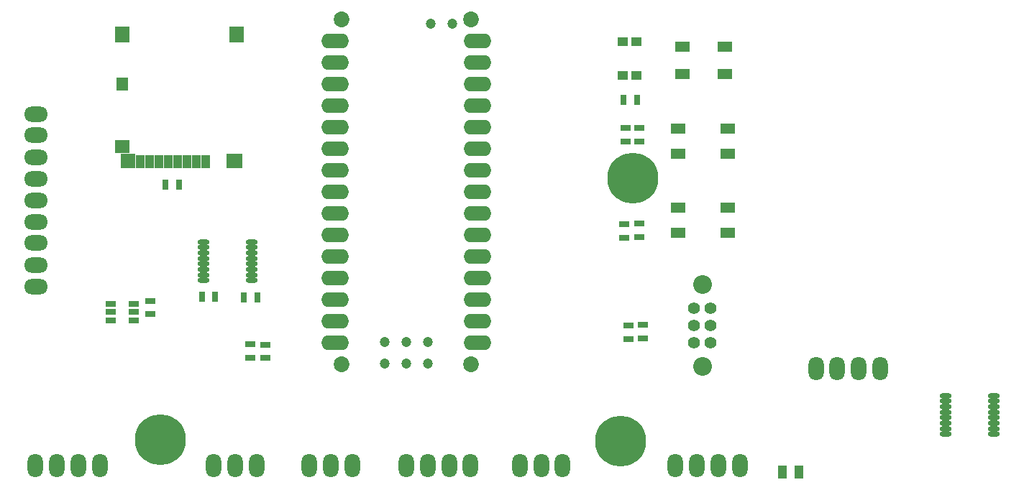
<source format=gts>
G04*
G04 #@! TF.GenerationSoftware,Altium Limited,Altium Designer,21.0.9 (235)*
G04*
G04 Layer_Color=8388736*
%FSLAX44Y44*%
%MOMM*%
G71*
G04*
G04 #@! TF.SameCoordinates,A596C356-34D0-456B-85E7-90C285C8AFC8*
G04*
G04*
G04 #@! TF.FilePolarity,Negative*
G04*
G01*
G75*
%ADD30R,1.0532X1.5032*%
%ADD31O,1.4032X0.6032*%
%ADD32R,1.1532X0.8032*%
%ADD33R,1.7532X1.2032*%
%ADD34R,1.2032X0.7032*%
%ADD35R,0.8032X1.1532*%
%ADD36R,1.7032X1.5032*%
%ADD37R,1.7032X1.9032*%
%ADD38R,1.4032X1.6032*%
%ADD39R,1.9032X1.7032*%
%ADD40R,1.8032X1.7032*%
%ADD41R,1.0032X1.6032*%
%ADD42R,1.2032X1.1032*%
%ADD43R,1.7032X1.2032*%
%ADD44O,1.8032X2.8032*%
%ADD45C,2.2032*%
%ADD46C,1.4032*%
%ADD47C,1.2032*%
%ADD48C,1.8542*%
%ADD49O,3.2512X1.7272*%
%ADD50O,2.8032X1.8032*%
%ADD51C,6.0000*%
D30*
X939322Y24641D02*
D03*
X919822D02*
D03*
D31*
X1111638Y114701D02*
D03*
Y108201D02*
D03*
Y101701D02*
D03*
Y95201D02*
D03*
Y88701D02*
D03*
Y82201D02*
D03*
Y75701D02*
D03*
Y69201D02*
D03*
X1168638Y114701D02*
D03*
Y108201D02*
D03*
Y101701D02*
D03*
Y95201D02*
D03*
Y88701D02*
D03*
Y82201D02*
D03*
Y75701D02*
D03*
Y69201D02*
D03*
X238349Y295716D02*
D03*
Y289216D02*
D03*
Y282716D02*
D03*
Y276216D02*
D03*
Y269716D02*
D03*
Y263216D02*
D03*
Y256716D02*
D03*
Y250216D02*
D03*
X295348Y295716D02*
D03*
Y289216D02*
D03*
Y282716D02*
D03*
Y276216D02*
D03*
Y269716D02*
D03*
Y263216D02*
D03*
Y256716D02*
D03*
Y250216D02*
D03*
D32*
X175260Y210440D02*
D03*
Y226440D02*
D03*
X733484Y300950D02*
D03*
Y316950D02*
D03*
X751234Y317450D02*
D03*
Y301450D02*
D03*
X751490Y414017D02*
D03*
Y430017D02*
D03*
X734894Y430200D02*
D03*
Y414200D02*
D03*
X755250Y181778D02*
D03*
Y197778D02*
D03*
X738500Y181250D02*
D03*
Y197250D02*
D03*
X311500Y174750D02*
D03*
Y158750D02*
D03*
X293000Y175000D02*
D03*
Y159000D02*
D03*
D33*
X855658Y306339D02*
D03*
X796658D02*
D03*
Y336339D02*
D03*
X855658D02*
D03*
Y399560D02*
D03*
X796658D02*
D03*
Y429560D02*
D03*
X855658D02*
D03*
D34*
X129046Y203500D02*
D03*
Y213000D02*
D03*
Y222500D02*
D03*
X156046D02*
D03*
Y213000D02*
D03*
Y203500D02*
D03*
D35*
X301493Y230548D02*
D03*
X285492D02*
D03*
X252243Y231056D02*
D03*
X236243D02*
D03*
X209510Y363250D02*
D03*
X193510D02*
D03*
X732750Y463250D02*
D03*
X748750D02*
D03*
D36*
X142546Y407802D02*
D03*
D37*
X277546Y539802D02*
D03*
X142546D02*
D03*
D38*
Y481802D02*
D03*
D39*
X275046Y391302D02*
D03*
D40*
X149046D02*
D03*
D41*
X241046Y390302D02*
D03*
X230046D02*
D03*
X219046D02*
D03*
X208046D02*
D03*
X197046D02*
D03*
X186046D02*
D03*
X175046D02*
D03*
X164046D02*
D03*
D42*
X747894Y531500D02*
D03*
Y491500D02*
D03*
X731894D02*
D03*
Y531500D02*
D03*
D43*
X852250Y525750D02*
D03*
Y493750D02*
D03*
X802250D02*
D03*
Y525750D02*
D03*
D44*
X476700Y31750D02*
D03*
X502100D02*
D03*
X552500D02*
D03*
X527500D02*
D03*
X1035304Y146812D02*
D03*
X1009904D02*
D03*
X959504D02*
D03*
X984504D02*
D03*
X844650Y32250D02*
D03*
X869650D02*
D03*
X819250D02*
D03*
X793850D02*
D03*
X40352Y32000D02*
D03*
X65752D02*
D03*
X116152D02*
D03*
X91152D02*
D03*
X300777Y32500D02*
D03*
X275777D02*
D03*
X250377D02*
D03*
X413250Y32250D02*
D03*
X388250D02*
D03*
X362850D02*
D03*
X610500Y31750D02*
D03*
X635900D02*
D03*
X660900D02*
D03*
D45*
X825500Y245250D02*
D03*
Y149250D02*
D03*
D46*
X815500Y217250D02*
D03*
Y197250D02*
D03*
Y177250D02*
D03*
X835500Y217250D02*
D03*
Y197250D02*
D03*
Y177250D02*
D03*
D47*
X476700Y177720D02*
D03*
X502100Y152320D02*
D03*
Y177720D02*
D03*
X476700Y152320D02*
D03*
X451300D02*
D03*
Y177720D02*
D03*
X505910Y552620D02*
D03*
X531310D02*
D03*
D48*
X552900Y151300D02*
D03*
X400500D02*
D03*
Y557700D02*
D03*
X552900D02*
D03*
D49*
X392880Y176700D02*
D03*
Y202100D02*
D03*
Y227500D02*
D03*
Y252900D02*
D03*
Y278300D02*
D03*
Y303700D02*
D03*
Y329100D02*
D03*
Y354500D02*
D03*
Y379900D02*
D03*
Y405300D02*
D03*
Y430700D02*
D03*
Y456100D02*
D03*
Y481500D02*
D03*
Y506900D02*
D03*
Y532300D02*
D03*
X560520Y176700D02*
D03*
D03*
Y202100D02*
D03*
Y227500D02*
D03*
Y252900D02*
D03*
Y278300D02*
D03*
Y303700D02*
D03*
Y329100D02*
D03*
Y354500D02*
D03*
Y379900D02*
D03*
Y405300D02*
D03*
Y430700D02*
D03*
Y456100D02*
D03*
Y481500D02*
D03*
Y506900D02*
D03*
Y532300D02*
D03*
D50*
X41402Y344678D02*
D03*
Y370078D02*
D03*
Y446278D02*
D03*
Y421278D02*
D03*
Y395478D02*
D03*
Y268478D02*
D03*
Y294278D02*
D03*
Y319278D02*
D03*
Y243078D02*
D03*
D51*
X743750Y371000D02*
D03*
X729250Y60734D02*
D03*
X187500Y62984D02*
D03*
M02*

</source>
